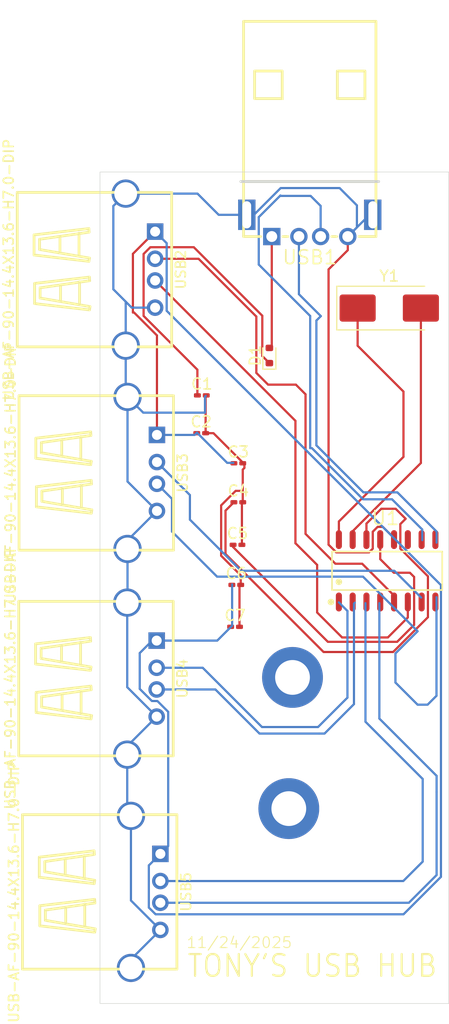
<source format=kicad_pcb>
(kicad_pcb (version 20241229) (generator "pcbnew") (generator_version "9.0")
  (layers (0 "F.Cu" signal) (2 "B.Cu" signal) (13 "F.Paste" user) (15 "B.Paste" user) (5 "F.SilkS" user "F.Silkscreen") (7 "B.SilkS" user "B.Silkscreen") (1 "F.Mask" user) (3 "B.Mask" user) (25 "Edge.Cuts" user))
  (net 0 "")
  (net 1 "GND")
  (net 2 "Net-(D1-K)")
  (net 3 "VBUS")
  (net 4 "Net-(U1-VDD18)")
  (net 5 "Net-(U1-VDD33)")
  (net 6 "Net-(D1-A)")
  (net 7 "+5V")
  (net 8 "Net-(U1-DP1)")
  (net 9 "Net-(U1-DP2)")
  (net 10 "Net-(U1-DP)")
  (net 11 "Net-(U1-DM3)")
  (net 12 "Net-(U1-DM1)")
  (net 13 "Net-(U1-DM)")
  (net 14 "Net-(U1-XOUT)")
  (net 15 "Net-(U1-XIN)")
  (net 16 "Net-(U1-DP4)")
  (net 17 "Net-(U1-DP3)")
  (net 18 "Net-(U1-DM2)")
  (net 19 "Net-(U1-DM4)")
  (footprint "Capacitor_SMD:C_0201_0603Metric_Pad0.64x0.40mm_HandSolder" (layer "F.Cu") (at 104.74 86.19)
    (property "Reference" "C2" (at 0 -1.05 0) (layer "F.SilkS"))
    (property "Value" "10uF")
    (pad "1" smd roundrect (at -0.4075 0) (size 0.635 0.4) (layers "F.Cu" "F.Mask") (net 3 "VBUS"))
    (pad "2" smd roundrect (at 0.4075 0) (size 0.635 0.4) (layers "F.Cu" "F.Mask") (net 1 "GND"))
  )
  (footprint "Capacitor_SMD:C_0201_0603Metric_Pad0.64x0.40mm_HandSolder" (layer "F.Cu") (at 107.86 104.02)
    (property "Reference" "C7" (at 0 -1.05 0) (layer "F.SilkS"))
    (property "Value" "10uF")
    (pad "1" smd roundrect (at -0.4075 0) (size 0.635 0.4) (layers "F.Cu" "F.Mask") (net 3 "VBUS"))
    (pad "2" smd roundrect (at 0.4075 0) (size 0.635 0.4) (layers "F.Cu" "F.Mask") (net 1 "GND"))
  )
  (footprint "Jing Extension of the Electronic Co. 903-131A1011D10100:USB-A-TH_C46407" (layer "F.Cu") (at 99.143 71.13 -90)
    (property "Reference" "USB2" (at 0 -3.7232 90) (layer "F.SilkS") (effects (font (size 0.9144 0.9144) (thickness 0.1524))))
    (property "Value" "USB-AF-90-14.4X13.6-H7.0-DIP" (at 0 12.1292 90) (layer "F.SilkS") (effects (font (size 0.9144 0.9144) (thickness 0.1524))))
    (fp_line (start -7.112 11.345) (end -7.112 -2.879) (stroke (width 0.254)) (layer "F.SilkS"))
    (fp_line (start 7.112 11.345) (end -7.112 11.345) (stroke (width 0.254)) (layer "F.SilkS"))
    (fp_line (start -3.2006 9.7957) (end -1.3463 9.7957) (stroke (width 0.254)) (layer "F.SilkS"))
    (fp_line (start -1.3463 9.7957) (end -0.7621 4.741) (stroke (width 0.254)) (layer "F.SilkS"))
    (fp_line (start 1.2699 9.7449) (end 0.6882 4.6979) (stroke (width 0.254)) (layer "F.SilkS"))
    (fp_line (start 3.1241 9.7449) (end 1.2699 9.7449) (stroke (width 0.254)) (layer "F.SilkS"))
    (fp_line (start -2.7941 9.2877) (end -3.4494 4.7233) (stroke (width 0.254)) (layer "F.SilkS"))
    (fp_line (start -1.8543 9.2877) (end -2.7941 9.2877) (stroke (width 0.254)) (layer "F.SilkS"))
    (fp_line (start 1.6762 9.2369) (end 2.6161 9.2369) (stroke (width 0.254)) (layer "F.SilkS"))
    (fp_line (start 2.6161 9.2369) (end 3.4034 4.6395) (stroke (width 0.254)) (layer "F.SilkS"))
    (fp_line (start -3.0228 7.408) (end -1.5749 7.408) (stroke (width 0.254)) (layer "F.SilkS"))
    (fp_line (start 1.4477 7.3572) (end 2.8954 7.3572) (stroke (width 0.254)) (layer "F.SilkS"))
    (fp_line (start -3.3529 5.6555) (end -1.2701 5.6555) (stroke (width 0.254)) (layer "F.SilkS"))
    (fp_line (start 1.1174 5.6047) (end 3.2002 5.6047) (stroke (width 0.254)) (layer "F.SilkS"))
    (fp_line (start -3.7822 4.7487) (end -3.2006 9.7957) (stroke (width 0.254)) (layer "F.SilkS"))
    (fp_line (start -0.7621 4.741) (end -1.0669 4.6902) (stroke (width 0.254)) (layer "F.SilkS"))
    (fp_line (start -3.4494 4.7233) (end -3.7822 4.7487) (stroke (width 0.254)) (layer "F.SilkS"))
    (fp_line (start 0.6882 4.6979) (end 1.021 4.6725) (stroke (width 0.254)) (layer "F.SilkS"))
    (fp_line (start -1.0669 4.6902) (end -1.8543 9.2877) (stroke (width 0.254)) (layer "F.SilkS"))
    (fp_line (start 3.7082 4.6902) (end 3.1241 9.7449) (stroke (width 0.254)) (layer "F.SilkS"))
    (fp_line (start 1.021 4.6725) (end 1.6762 9.2369) (stroke (width 0.254)) (layer "F.SilkS"))
    (fp_line (start 3.4034 4.6395) (end 3.7082 4.6902) (stroke (width 0.254)) (layer "F.SilkS"))
    (fp_line (start -7.112 -2.879) (end 7.112 -2.879) (stroke (width 0.254)) (layer "F.SilkS"))
    (fp_line (start 7.112 -2.879) (end 7.112 11.345) (stroke (width 0.254)) (layer "F.SilkS"))
    (pad "1" thru_hole rect (at -3.5001 -1.355 270) (size 1.524 1.524) (drill 0.92) (layers "*.Cu" "*.Mask") (net 3 "VBUS"))
    (pad "2" thru_hole oval (at -1 -1.355 270) (size 1.524 1.524) (drill 0.92) (layers "*.Cu" "*.Mask") (net 18 "Net-(U1-DM2)"))
    (pad "3" thru_hole oval (at 1 -1.355 270) (size 1.524 1.524) (drill 0.92) (layers "*.Cu" "*.Mask") (net 9 "Net-(U1-DP2)"))
    (pad "4" thru_hole oval (at 3.4999 -1.355 270) (size 1.524 1.524) (drill 0.92) (layers "*.Cu" "*.Mask") (net 1 "GND"))
    (pad "5" thru_hole oval (at 7 1.355 270) (size 2.6 2.6) (drill 2.1) (layers "*.Cu" "*.Mask") (net 1 "GND"))
    (pad "6" thru_hole oval (at -7 1.355 270) (size 2.6 2.6) (drill 2.1) (layers "*.Cu" "*.Mask") (net 1 "GND"))
  )
  (footprint "Capacitor_SMD:C_0201_0603Metric_Pad0.64x0.40mm_HandSolder" (layer "F.Cu") (at 108.16 92.55)
    (property "Reference" "C4" (at 0 -1.05 0) (layer "F.SilkS"))
    (property "Value" "10uF")
    (pad "1" smd roundrect (at -0.4075 0) (size 0.635 0.4) (layers "F.Cu" "F.Mask") (net 4 "Net-(U1-VDD18)"))
    (pad "2" smd roundrect (at 0.4075 0) (size 0.635 0.4) (layers "F.Cu" "F.Mask") (net 1 "GND"))
  )
  (footprint "PCBLIB_USB-A-TH_U-G-04WD-W-01_2025-11-23 (1):USB-A-TH_U-G-04WD-W-01" (layer "F.Cu") (at 114.74 67.082 180)
    (property "Reference" "USB1" (at 0 -2.91 0) (layer "F.SilkS") (effects (font (size 1.27 1.27))))
    (property "Value" "U-G-04DD-W-01")
    (fp_line (start 6.096 18.812) (end 6.096 -1) (stroke (width 0.254)) (layer "F.SilkS"))
    (fp_line (start 4.5312 -1) (end 6.096 -1) (stroke (width 0.254)) (layer "F.SilkS"))
    (fp_line (start 2.0313 -1) (end 2.4689 -1) (stroke (width 0.254)) (layer "F.SilkS"))
    (fp_line (start -2.4689 -1) (end -2.031 -1) (stroke (width 0.254)) (layer "F.SilkS"))
    (fp_line (start -5.842 4.064) (end 5.842 4.064) (stroke (width 0.254)) (layer "F.SilkS"))
    (fp_line (start -6.096 18.812) (end 6.096 18.812) (stroke (width 0.254)) (layer "F.SilkS"))
    (fp_line (start -6.096 -1) (end -4.5311 -1) (stroke (width 0.254)) (layer "F.SilkS"))
    (fp_line (start -6.096 -1) (end -6.096 18.812) (stroke (width 0.254)) (layer "F.SilkS"))
    (fp_rect (start 2.5401 11.7) (end 5.0801 14.24) (stroke (width 0.254)) (fill no) (layer "F.SilkS"))
    (fp_rect (start -5.0799 11.7) (end -2.5399 14.24) (stroke (width 0.254)) (fill no) (layer "F.SilkS"))
    (fp_line (start -6.35 4.064) (end 6.35 4.064) (stroke (width 0.254)) (layer "Edge.Cuts"))
    (pad "" np_thru_hole circle (at -2.2501 1 180) (size 1 1) (drill 1) (layers "*.Cu" "*.Mask"))
    (pad "" np_thru_hole circle (at 2.2501 1 180) (size 1 1) (drill 1) (layers "*.Cu" "*.Mask"))
    (pad "1" thru_hole rect (at 3.5 -1 180) (size 1.6 1.6) (drill 1) (layers "*.Cu" "*.Mask") (net 6 "Net-(D1-A)"))
    (pad "2" thru_hole oval (at 1.0001 -1 180) (size 1.6 1.6) (drill 1) (layers "*.Cu" "*.Mask") (net 13 "Net-(U1-DM)"))
    (pad "3" thru_hole oval (at -0.9999 -1 180) (size 1.6 1.6) (drill 1) (layers "*.Cu" "*.Mask") (net 10 "Net-(U1-DP)"))
    (pad "4" thru_hole oval (at -3.5 -1 180) (size 1.6 1.6) (drill 1) (layers "*.Cu" "*.Mask") (net 1 "GND"))
    (pad "5" thru_hole rect (at 5.8 1 180) (size 1.6 2.8) (drill oval 0.8 2.5) (layers "*.Cu" "*.Mask") (net 1 "GND"))
    (pad "6" thru_hole rect (at -5.8 1 180) (size 1.6 2.8) (drill oval 0.8 2.5) (layers "*.Cu" "*.Mask") (net 1 "GND"))
  )
  (footprint "Capacitor_SMD:C_0201_0603Metric_Pad0.64x0.40mm_HandSolder" (layer "F.Cu") (at 108.16 88.96)
    (property "Reference" "C3" (at 0 -1.05 0) (layer "F.SilkS"))
    (property "Value" "10uF")
    (pad "1" smd roundrect (at -0.4075 0) (size 0.635 0.4) (layers "F.Cu" "F.Mask") (net 3 "VBUS"))
    (pad "2" smd roundrect (at 0.4075 0) (size 0.635 0.4) (layers "F.Cu" "F.Mask") (net 1 "GND"))
  )
  (footprint "Jing Extension of the Electronic Co. 903-131A1011D10100:USB-A-TH_C46407" (layer "F.Cu") (at 99.625 128.43 -90)
    (property "Reference" "USB5" (at 0 -3.7232 90) (layer "F.SilkS") (effects (font (size 0.9144 0.9144) (thickness 0.1524))))
    (property "Value" "USB-AF-90-14.4X13.6-H7.0-DIP" (at 0 12.1292 90) (layer "F.SilkS") (effects (font (size 0.9144 0.9144) (thickness 0.1524))))
    (fp_line (start -7.112 11.345) (end -7.112 -2.879) (stroke (width 0.254)) (layer "F.SilkS"))
    (fp_line (start 7.112 11.345) (end -7.112 11.345) (stroke (width 0.254)) (layer "F.SilkS"))
    (fp_line (start -3.2006 9.7957) (end -1.3463 9.7957) (stroke (width 0.254)) (layer "F.SilkS"))
    (fp_line (start -1.3463 9.7957) (end -0.7621 4.741) (stroke (width 0.254)) (layer "F.SilkS"))
    (fp_line (start 1.2699 9.7449) (end 0.6882 4.6979) (stroke (width 0.254)) (layer "F.SilkS"))
    (fp_line (start 3.1241 9.7449) (end 1.2699 9.7449) (stroke (width 0.254)) (layer "F.SilkS"))
    (fp_line (start -2.7941 9.2877) (end -3.4494 4.7233) (stroke (width 0.254)) (layer "F.SilkS"))
    (fp_line (start -1.8543 9.2877) (end -2.7941 9.2877) (stroke (width 0.254)) (layer "F.SilkS"))
    (fp_line (start 1.6762 9.2369) (end 2.6161 9.2369) (stroke (width 0.254)) (layer "F.SilkS"))
    (fp_line (start 2.6161 9.2369) (end 3.4034 4.6395) (stroke (width 0.254)) (layer "F.SilkS"))
    (fp_line (start -3.0228 7.408) (end -1.5749 7.408) (stroke (width 0.254)) (layer "F.SilkS"))
    (fp_line (start 1.4477 7.3572) (end 2.8954 7.3572) (stroke (width 0.254)) (layer "F.SilkS"))
    (fp_line (start -3.3529 5.6555) (end -1.2701 5.6555) (stroke (width 0.254)) (layer "F.SilkS"))
    (fp_line (start 1.1174 5.6047) (end 3.2002 5.6047) (stroke (width 0.254)) (layer "F.SilkS"))
    (fp_line (start -3.7822 4.7487) (end -3.2006 9.7957) (stroke (width 0.254)) (layer "F.SilkS"))
    (fp_line (start -0.7621 4.741) (end -1.0669 4.6902) (stroke (width 0.254)) (layer "F.SilkS"))
    (fp_line (start -3.4494 4.7233) (end -3.7822 4.7487) (stroke (width 0.254)) (layer "F.SilkS"))
    (fp_line (start 0.6882 4.6979) (end 1.021 4.6725) (stroke (width 0.254)) (layer "F.SilkS"))
    (fp_line (start -1.0669 4.6902) (end -1.8543 9.2877) (stroke (width 0.254)) (layer "F.SilkS"))
    (fp_line (start 3.7082 4.6902) (end 3.1241 9.7449) (stroke (width 0.254)) (layer "F.SilkS"))
    (fp_line (start 1.021 4.6725) (end 1.6762 9.2369) (stroke (width 0.254)) (layer "F.SilkS"))
    (fp_line (start 3.4034 4.6395) (end 3.7082 4.6902) (stroke (width 0.254)) (layer "F.SilkS"))
    (fp_line (start -7.112 -2.879) (end 7.112 -2.879) (stroke (width 0.254)) (layer "F.SilkS"))
    (fp_line (start 7.112 -2.879) (end 7.112 11.345) (stroke (width 0.254)) (layer "F.SilkS"))
    (pad "1" thru_hole rect (at -3.5001 -1.355 270) (size 1.524 1.524) (drill 0.92) (layers "*.Cu" "*.Mask") (net 3 "VBUS"))
    (pad "2" thru_hole oval (at -1 -1.355 270) (size 1.524 1.524) (drill 0.92) (layers "*.Cu" "*.Mask") (net 11 "Net-(U1-DM3)"))
    (pad "3" thru_hole oval (at 1 -1.355 270) (size 1.524 1.524) (drill 0.92) (layers "*.Cu" "*.Mask") (net 17 "Net-(U1-DP3)"))
    (pad "4" thru_hole oval (at 3.4999 -1.355 270) (size 1.524 1.524) (drill 0.92) (layers "*.Cu" "*.Mask") (net 1 "GND"))
    (pad "5" thru_hole oval (at 7 1.355 270) (size 2.6 2.6) (drill 2.1) (layers "*.Cu" "*.Mask") (net 1 "GND"))
    (pad "6" thru_hole oval (at -7 1.355 270) (size 2.6 2.6) (drill 2.1) (layers "*.Cu" "*.Mask") (net 1 "GND"))
  )
  (footprint "MountingHole:MountingHole_3.2mm_M3_DIN965_Pad" (layer "F.Cu") (at 113.15 108.68)
    (property "Reference" "REF**" (hide yes))
    (property "Value" "MountingHole_3.2mm_M3_DIN965_Pad")
    (pad "1" thru_hole circle (at 0 0) (size 5.6 5.6) (drill 3.2) (layers "*.Cu" "*.Mask"))
  )
  (footprint "Capacitor_SMD:C_0201_0603Metric_Pad0.64x0.40mm_HandSolder" (layer "F.Cu") (at 108.0825 96.47)
    (property "Reference" "C5" (at 0 -1.05 0) (layer "F.SilkS"))
    (property "Value" "10uF")
    (pad "1" smd roundrect (at -0.4075 0) (size 0.635 0.4) (layers "F.Cu" "F.Mask") (net 5 "Net-(U1-VDD33)"))
    (pad "2" smd roundrect (at 0.4075 0) (size 0.635 0.4) (layers "F.Cu" "F.Mask") (net 1 "GND"))
  )
  (footprint "MountingHole:MountingHole_3.2mm_M3_DIN965_Pad" (layer "F.Cu") (at 112.81 120.76)
    (property "Reference" "REF**" (hide yes))
    (property "Value" "MountingHole_3.2mm_M3_DIN965_Pad")
    (pad "1" thru_hole circle (at 0 0) (size 5.6 5.6) (drill 3.2) (layers "*.Cu" "*.Mask"))
  )
  (footprint "CoreChips SL2.1A:SOP-16_L10.0-W3.9-P1.27-LS6.0-BL" (layer "F.Cu") (at 121.865 98.8625)
    (property "Reference" "U1" (at -0.1625 -4.855 0) (layer "F.SilkS") (effects (font (size 1.27 1.27))))
    (property "Value" "SL2.1A")
    (fp_line (start -5.0762 -1.7714) (end 5.0762 -1.7714) (stroke (width 0.1524)) (layer "F.SilkS"))
    (fp_line (start -5.0762 1.7714) (end -5.0762 -1.7714) (stroke (width 0.1524)) (layer "F.SilkS"))
    (fp_line (start 5.0762 -1.7714) (end 5.0762 1.7714) (stroke (width 0.1524)) (layer "F.SilkS"))
    (fp_line (start 5.0762 1.7714) (end -5.0762 1.7714) (stroke (width 0.1524)) (layer "F.SilkS"))
    (fp_circle (center -5.1773 2.8725) (end -5.0272 2.8725) (stroke (width 0.3)) (fill no) (layer "F.SilkS"))
    (fp_circle (center -4.445 1.019) (end -4.2949 1.019) (stroke (width 0.3)) (fill no) (layer "F.SilkS"))
    (pad "1" smd oval (at -4.445 2.8725) (size 0.56 1.745) (layers "F.Cu" "F.Mask" "F.Paste") (net 19 "Net-(U1-DM4)"))
    (pad "2" smd oval (at -3.175 2.8725) (size 0.56 1.745) (layers "F.Cu" "F.Mask" "F.Paste") (net 16 "Net-(U1-DP4)"))
    (pad "3" smd oval (at -1.905 2.8725) (size 0.56 1.745) (layers "F.Cu" "F.Mask" "F.Paste") (net 11 "Net-(U1-DM3)"))
    (pad "4" smd oval (at -0.635 2.8725) (size 0.56 1.745) (layers "F.Cu" "F.Mask" "F.Paste") (net 17 "Net-(U1-DP3)"))
    (pad "5" smd oval (at 0.635 2.8725) (size 0.56 1.745) (layers "F.Cu" "F.Mask" "F.Paste") (net 18 "Net-(U1-DM2)"))
    (pad "6" smd oval (at 1.905 2.8725) (size 0.56 1.745) (layers "F.Cu" "F.Mask" "F.Paste") (net 9 "Net-(U1-DP2)"))
    (pad "7" smd oval (at 3.175 2.8725) (size 0.56 1.745) (layers "F.Cu" "F.Mask" "F.Paste") (net 12 "Net-(U1-DM1)"))
    (pad "8" smd oval (at 4.445 2.8725) (size 0.56 1.745) (layers "F.Cu" "F.Mask" "F.Paste") (net 8 "Net-(U1-DP1)"))
    (pad "9" smd oval (at 4.445 -2.8725) (size 0.56 1.745) (layers "F.Cu" "F.Mask" "F.Paste") (net 13 "Net-(U1-DM)"))
    (pad "10" smd oval (at 3.175 -2.8725) (size 0.56 1.745) (layers "F.Cu" "F.Mask" "F.Paste") (net 10 "Net-(U1-DP)"))
    (pad "11" smd oval (at 1.905 -2.8725) (size 0.56 1.745) (layers "F.Cu" "F.Mask" "F.Paste") (net 7 "+5V"))
    (pad "12" smd oval (at 0.635 -2.8725) (size 0.56 1.745) (layers "F.Cu" "F.Mask" "F.Paste") (net 1 "GND"))
    (pad "13" smd oval (at -0.635 -2.8725) (size 0.56 1.745) (layers "F.Cu" "F.Mask" "F.Paste") (net 5 "Net-(U1-VDD33)"))
    (pad "14" smd oval (at -1.905 -2.8725) (size 0.56 1.745) (layers "F.Cu" "F.Mask" "F.Paste") (net 4 "Net-(U1-VDD18)"))
    (pad "15" smd oval (at -3.175 -2.8725) (size 0.56 1.745) (layers "F.Cu" "F.Mask" "F.Paste") (net 14 "Net-(U1-XOUT)"))
    (pad "16" smd oval (at -4.445 -2.8725) (size 0.56 1.745) (layers "F.Cu" "F.Mask" "F.Paste") (net 15 "Net-(U1-XIN)"))
  )
  (footprint "Jing Extension of the Electronic Co. 903-131A1011D10100:USB-A-TH_C46407" (layer "F.Cu") (at 99.31 89.85 -90)
    (property "Reference" "USB3" (at 0 -3.7232 90) (layer "F.SilkS") (effects (font (size 0.9144 0.9144) (thickness 0.1524))))
    (property "Value" "USB-AF-90-14.4X13.6-H7.0-DIP" (at 0 12.1292 90) (layer "F.SilkS") (effects (font (size 0.9144 0.9144) (thickness 0.1524))))
    (fp_line (start -7.112 11.345) (end -7.112 -2.879) (stroke (width 0.254)) (layer "F.SilkS"))
    (fp_line (start 7.112 11.345) (end -7.112 11.345) (stroke (width 0.254)) (layer "F.SilkS"))
    (fp_line (start -3.2006 9.7957) (end -1.3463 9.7957) (stroke (width 0.254)) (layer "F.SilkS"))
    (fp_line (start -1.3463 9.7957) (end -0.7621 4.741) (stroke (width 0.254)) (layer "F.SilkS"))
    (fp_line (start 1.2699 9.7449) (end 0.6882 4.6979) (stroke (width 0.254)) (layer "F.SilkS"))
    (fp_line (start 3.1241 9.7449) (end 1.2699 9.7449) (stroke (width 0.254)) (layer "F.SilkS"))
    (fp_line (start -2.7941 9.2877) (end -3.4494 4.7233) (stroke (width 0.254)) (layer "F.SilkS"))
    (fp_line (start -1.8543 9.2877) (end -2.7941 9.2877) (stroke (width 0.254)) (layer "F.SilkS"))
    (fp_line (start 1.6762 9.2369) (end 2.6161 9.2369) (stroke (width 0.254)) (layer "F.SilkS"))
    (fp_line (start 2.6161 9.2369) (end 3.4034 4.6395) (stroke (width 0.254)) (layer "F.SilkS"))
    (fp_line (start -3.0228 7.408) (end -1.5749 7.408) (stroke (width 0.254)) (layer "F.SilkS"))
    (fp_line (start 1.4477 7.3572) (end 2.8954 7.3572) (stroke (width 0.254)) (layer "F.SilkS"))
    (fp_line (start -3.3529 5.6555) (end -1.2701 5.6555) (stroke (width 0.254)) (layer "F.SilkS"))
    (fp_line (start 1.1174 5.6047) (end 3.2002 5.6047) (stroke (width 0.254)) (layer "F.SilkS"))
    (fp_line (start -3.7822 4.7487) (end -3.2006 9.7957) (stroke (width 0.254)) (layer "F.SilkS"))
    (fp_line (start -0.7621 4.741) (end -1.0669 4.6902) (stroke (width 0.254)) (layer "F.SilkS"))
    (fp_line (start -3.4494 4.7233) (end -3.7822 4.7487) (stroke (width 0.254)) (layer "F.SilkS"))
    (fp_line (start 0.6882 4.6979) (end 1.021 4.6725) (stroke (width 0.254)) (layer "F.SilkS"))
    (fp_line (start -1.0669 4.6902) (end -1.8543 9.2877) (stroke (width 0.254)) (layer "F.SilkS"))
    (fp_line (start 3.7082 4.6902) (end 3.1241 9.7449) (stroke (width 0.254)) (layer "F.SilkS"))
    (fp_line (start 1.021 4.6725) (end 1.6762 9.2369) (stroke (width 0.254)) (layer "F.SilkS"))
    (fp_line (start 3.4034 4.6395) (end 3.7082 4.6902) (stroke (width 0.254)) (layer "F.SilkS"))
    (fp_line (start -7.112 -2.879) (end 7.112 -2.879) (stroke (width 0.254)) (layer "F.SilkS"))
    (fp_line (start 7.112 -2.879) (end 7.112 11.345) (stroke (width 0.254)) (layer "F.SilkS"))
    (pad "1" thru_hole rect (at -3.5001 -1.355 270) (size 1.524 1.524) (drill 0.92) (layers "*.Cu" "*.Mask") (net 3 "VBUS"))
    (pad "2" thru_hole oval (at -1 -1.355 270) (size 1.524 1.524) (drill 0.92) (layers "*.Cu" "*.Mask") (net 12 "Net-(U1-DM1)"))
    (pad "3" thru_hole oval (at 1 -1.355 270) (size 1.524 1.524) (drill 0.92) (layers "*.Cu" "*.Mask") (net 8 "Net-(U1-DP1)"))
    (pad "4" thru_hole oval (at 3.4999 -1.355 270) (size 1.524 1.524) (drill 0.92) (layers "*.Cu" "*.Mask") (net 1 "GND"))
    (pad "5" thru_hole oval (at 7 1.355 270) (size 2.6 2.6) (drill 2.1) (layers "*.Cu" "*.Mask") (net 1 "GND"))
    (pad "6" thru_hole oval (at -7 1.355 270) (size 2.6 2.6) (drill 2.1) (layers "*.Cu" "*.Mask") (net 1 "GND"))
  )
  (footprint "Capacitor_SMD:C_0201_0603Metric_Pad0.64x0.40mm_HandSolder" (layer "F.Cu") (at 107.9725 100.16)
    (property "Reference" "C6" (at 0 -1.05 0) (layer "F.SilkS"))
    (property "Value" "10uF")
    (pad "1" smd roundrect (at -0.4075 0) (size 0.635 0.4) (layers "F.Cu" "F.Mask") (net 3 "VBUS"))
    (pad "2" smd roundrect (at 0.4075 0) (size 0.635 0.4) (layers "F.Cu" "F.Mask") (net 1 "GND"))
  )
  (footprint "Jing Extension of the Electronic Co. 903-131A1011D10100:USB-A-TH_C46407" (layer "F.Cu") (at 99.285 108.79 -90)
    (property "Reference" "USB4" (at 0 -3.7232 90) (layer "F.SilkS") (effects (font (size 0.9144 0.9144) (thickness 0.1524))))
    (property "Value" "USB-AF-90-14.4X13.6-H7.0-DIP" (at 0 12.1292 90) (layer "F.SilkS") (effects (font (size 0.9144 0.9144) (thickness 0.1524))))
    (fp_line (start -7.112 11.345) (end -7.112 -2.879) (stroke (width 0.254)) (layer "F.SilkS"))
    (fp_line (start 7.112 11.345) (end -7.112 11.345) (stroke (width 0.254)) (layer "F.SilkS"))
    (fp_line (start -3.2006 9.7957) (end -1.3463 9.7957) (stroke (width 0.254)) (layer "F.SilkS"))
    (fp_line (start -1.3463 9.7957) (end -0.7621 4.741) (stroke (width 0.254)) (layer "F.SilkS"))
    (fp_line (start 1.2699 9.7449) (end 0.6882 4.6979) (stroke (width 0.254)) (layer "F.SilkS"))
    (fp_line (start 3.1241 9.7449) (end 1.2699 9.7449) (stroke (width 0.254)) (layer "F.SilkS"))
    (fp_line (start -2.7941 9.2877) (end -3.4494 4.7233) (stroke (width 0.254)) (layer "F.SilkS"))
    (fp_line (start -1.8543 9.2877) (end -2.7941 9.2877) (stroke (width 0.254)) (layer "F.SilkS"))
    (fp_line (start 1.6762 9.2369) (end 2.6161 9.2369) (stroke (width 0.254)) (layer "F.SilkS"))
    (fp_line (start 2.6161 9.2369) (end 3.4034 4.6395) (stroke (width 0.254)) (layer "F.SilkS"))
    (fp_line (start -3.0228 7.408) (end -1.5749 7.408) (stroke (width 0.254)) (layer "F.SilkS"))
    (fp_line (start 1.4477 7.3572) (end 2.8954 7.3572) (stroke (width 0.254)) (layer "F.SilkS"))
    (fp_line (start -3.3529 5.6555) (end -1.2701 5.6555) (stroke (width 0.254)) (layer "F.SilkS"))
    (fp_line (start 1.1174 5.6047) (end 3.2002 5.6047) (stroke (width 0.254)) (layer "F.SilkS"))
    (fp_line (start -3.7822 4.7487) (end -3.2006 9.7957) (stroke (width 0.254)) (layer "F.SilkS"))
    (fp_line (start -0.7621 4.741) (end -1.0669 4.6902) (stroke (width 0.254)) (layer "F.SilkS"))
    (fp_line (start -3.4494 4.7233) (end -3.7822 4.7487) (stroke (width 0.254)) (layer "F.SilkS"))
    (fp_line (start 0.6882 4.6979) (end 1.021 4.6725) (stroke (width 0.254)) (layer "F.SilkS"))
    (fp_line (start -1.0669 4.6902) (end -1.8543 9.2877) (stroke (width 0.254)) (layer "F.SilkS"))
    (fp_line (start 3.7082 4.6902) (end 3.1241 9.7449) (stroke (width 0.254)) (layer "F.SilkS"))
    (fp_line (start 1.021 4.6725) (end 1.6762 9.2369) (stroke (width 0.254)) (layer "F.SilkS"))
    (fp_line (start 3.4034 4.6395) (end 3.7082 4.6902) (stroke (width 0.254)) (layer "F.SilkS"))
    (fp_line (start -7.112 -2.879) (end 7.112 -2.879) (stroke (width 0.254)) (layer "F.SilkS"))
    (fp_line (start 7.112 -2.879) (end 7.112 11.345) (stroke (width 0.254)) (layer "F.SilkS"))
    (pad "1" thru_hole rect (at -3.5001 -1.355 270) (size 1.524 1.524) (drill 0.92) (layers "*.Cu" "*.Mask") (net 3 "VBUS"))
    (pad "2" thru_hole oval (at -1 -1.355 270) (size 1.524 1.524) (drill 0.92) (layers "*.Cu" "*.Mask") (net 19 "Net-(U1-DM4)"))
    (pad "3" thru_hole oval (at 1 -1.355 270) (size 1.524 1.524) (drill 0.92) (layers "*.Cu" "*.Mask") (net 16 "Net-(U1-DP4)"))
    (pad "4" thru_hole oval (at 3.4999 -1.355 270) (size 1.524 1.524) (drill 0.92) (layers "*.Cu" "*.Mask") (net 1 "GND"))
    (pad "5" thru_hole oval (at 7 1.355 270) (size 2.6 2.6) (drill 2.1) (layers "*.Cu" "*.Mask") (net 1 "GND"))
    (pad "6" thru_hole oval (at -7 1.355 270) (size 2.6 2.6) (drill 2.1) (layers "*.Cu" "*.Mask") (net 1 "GND"))
  )
  (footprint "Diode_SMD:D_SOD-523" (layer "F.Cu") (at 111.02 79.0375 90)
    (property "Reference" "D1" (at 0 -1.3 90) (layer "F.SilkS"))
    (property "Value" "1N4148WT")
    (fp_line (start 0.7 -0.6) (end -1.26 -0.6) (stroke (width 0.12)) (layer "F.SilkS"))
    (fp_line (start -1.26 -0.6) (end -1.26 0.6) (stroke (width 0.12)) (layer "F.SilkS"))
    (fp_line (start 0.7 0.6) (end -1.26 0.6) (stroke (width 0.12)) (layer "F.SilkS"))
    (pad "1" smd roundrect (at -0.7 0 270) (size 0.6 0.7) (layers "F.Cu" "F.Mask" "F.Paste") (net 2 "Net-(D1-K)"))
    (pad "2" smd roundrect (at 0.7 0 270) (size 0.6 0.7) (layers "F.Cu" "F.Mask" "F.Paste") (net 6 "Net-(D1-A)"))
  )
  (footprint "Crystal:Crystal_SMD_0603-2Pin_6.0x3.5mm_HandSoldering" (layer "F.Cu") (at 122.06 74.67)
    (property "Reference" "Y1" (at 0 -2.95 0) (layer "F.SilkS"))
    (property "Value" "12Mhz")
    (fp_line (start -4.835 -2.01) (end -4.835 2.01) (stroke (width 0.12)) (layer "F.SilkS"))
    (fp_line (start -4.835 2.01) (end 3.26 2.01) (stroke (width 0.12)) (layer "F.SilkS"))
    (fp_line (start 3.26 -2.01) (end -4.835 -2.01) (stroke (width 0.12)) (layer "F.SilkS"))
    (pad "1" smd roundrect (at -2.9125 0) (size 3.325 2.5) (layers "F.Cu" "F.Mask" "F.Paste") (roundrect_rratio 0.1) (net 15 "Net-(U1-XIN)"))
    (pad "2" smd roundrect (at 2.9125 0) (size 3.325 2.5) (layers "F.Cu" "F.Mask" "F.Paste") (roundrect_rratio 0.1) (net 14 "Net-(U1-XOUT)"))
  )
  (footprint "Capacitor_SMD:C_0201_0603Metric_Pad0.64x0.40mm_HandSolder" (layer "F.Cu") (at 104.7975 82.71)
    (property "Reference" "C1" (at 0 -1.05 0) (layer "F.SilkS"))
    (property "Value" "10uF")
    (pad "1" smd roundrect (at -0.4075 0) (size 0.635 0.4) (layers "F.Cu" "F.Mask") (net 2 "Net-(D1-K)"))
    (pad "2" smd roundrect (at 0.4075 0) (size 0.635 0.4) (layers "F.Cu" "F.Mask") (net 1 "GND"))
  )
  (gr_rect (start 95.42 62.14) (end 127.54 138.71) (stroke (width 0.05)) (fill no) (layer "Edge.Cuts"))
  (gr_text "11/24/2025" (at 103.33 133.68 0) (layer "F.SilkS") (effects (font (size 1 1) (thickness 0.1)) (justify left bottom)))
  (gr_text "TONY'S USB HUB" (at 103.36 136.41 0) (layer "F.SilkS") (effects (font (size 2 1.8) (thickness 0.2) (bold yes)) (justify left bottom)))
  (segment (start 108.49 92.6275) (end 108.5675 92.55) (width 0.2) (layer "F.Cu") (net 1))
  (segment (start 118.24 69.34) (end 118.24 68.082) (width 0.2) (layer "F.Cu") (net 1))
  (segment (start 108.5675 91.5) (end 108.5675 92.55) (width 0.2) (layer "F.Cu") (net 1))
  (segment (start 122.5 95.845842) (end 121.470658 94.8165) (width 0.2) (layer "F.Cu") (net 1))
  (segment (start 106.579 92.83613) (end 107.91513 91.5) (width 0.2) (layer "F.Cu") (net 1))
  (segment (start 108.5675 89.5425) (end 108.5675 91.5) (width 0.2) (layer "F.Cu") (net 1))
  (segment (start 108.38 100.16) (end 108.38 99.2771) (width 0.2) (layer "F.Cu") (net 1))
  (segment (start 108.2675 104.02) (end 108.2675 100.2725) (width 0.2) (layer "F.Cu") (net 1))
  (segment (start 120.541 96.823158) (end 120.200658 97.1635) (width 0.2) (layer "F.Cu") (net 1))
  (segment (start 108.72 89.39) (end 108.5675 89.5425) (width 0.2) (layer "F.Cu") (net 1))
  (segment (start 116.47 96.454158) (end 116.47 71.11) (width 0.2) (layer "F.Cu") (net 1))
  (segment (start 105.86987 86.19) (end 108.72 89.04013) (width 0.2) (layer "F.Cu") (net 1))
  (segment (start 122.5 95.99) (end 122.5 95.845842) (width 0.2) (layer "F.Cu") (net 1))
  (segment (start 108.38 99.2771) (end 106.579 97.4761) (width 0.2) (layer "F.Cu") (net 1))
  (segment (start 116.47 71.11) (end 118.24 69.34) (width 0.2) (layer "F.Cu") (net 1))
  (segment (start 117.179342 97.1635) (end 116.47 96.454158) (width 0.2) (layer "F.Cu") (net 1))
  (segment (start 120.200658 97.1635) (end 117.179342 97.1635) (width 0.2) (layer "F.Cu") (net 1))
  (segment (start 105.1475 86.19) (end 105.86987 86.19) (width 0.2) (layer "F.Cu") (net 1))
  (segment (start 108.49 96.47) (end 108.49 92.6275) (width 0.2) (layer "F.Cu") (net 1))
  (segment (start 105.1475 82.7675) (end 105.205 82.71) (width 0.2) (layer "F.Cu") (net 1))
  (segment (start 120.989342 94.8165) (end 120.541 95.264842) (width 0.2) (layer "F.Cu") (net 1))
  (segment (start 120.541 95.264842) (end 120.541 96.823158) (width 0.2) (layer "F.Cu") (net 1))
  (segment (start 105.1475 86.19) (end 105.1475 82.7675) (width 0.2) (layer "F.Cu") (net 1))
  (segment (start 107.91513 91.5) (end 108.5675 91.5) (width 0.2) (layer "F.Cu") (net 1))
  (segment (start 108.2675 100.2725) (end 108.38 100.16) (width 0.2) (layer "F.Cu") (net 1))
  (segment (start 108.72 89.04013) (end 108.72 89.39) (width 0.2) (layer "F.Cu") (net 1))
  (segment (start 121.470658 94.8165) (end 120.989342 94.8165) (width 0.2) (layer "F.Cu") (net 1))
  (segment (start 106.579 97.4761) (end 106.579 92.83613) (width 0.2) (layer "F.Cu") (net 1))
  (segment (start 120.24 66.082) (end 118.24 68.082) (width 0.2) (layer "B.Cu") (net 1))
  (segment (start 97.955 82.85) (end 97.955 90.6399) (width 0.2) (layer "B.Cu") (net 1))
  (segment (start 97.955 101.765) (end 97.93 101.79) (width 0.2) (layer "B.Cu") (net 1))
  (segment (start 120.54 66.082) (end 120.24 66.082) (width 0.2) (layer "B.Cu") (net 1))
  (segment (start 105.09 82.83) (end 105.16 82.76) (width 0.2) (layer "B.Cu") (net 1))
  (segment (start 108.94 66.082) (end 106.352 66.082) (width 0.2) (layer "B.Cu") (net 1))
  (segment (start 97.955 96.85) (end 97.955 101.765) (width 0.2) (layer "B.Cu") (net 1))
  (segment (start 119.08 67.242) (end 119.08 65.21) (width 0.2) (layer "B.Cu") (net 1))
  (segment (start 98.3399 74.6299) (end 100.498 74.6299) (width 0.2) (layer "B.Cu") (net 1))
  (segment (start 96.65 72.94) (end 97.788 74.078) (width 0.2) (layer "B.Cu") (net 1))
  (segment (start 109.598 66.082) (end 108.94 66.082) (width 0.2) (layer "B.Cu") (net 1))
  (segment (start 97.788 64.13) (end 96.65 65.268) (width 0.2) (layer "B.Cu") (net 1))
  (segment (start 106.352 66.082) (end 104.4 64.13) (width 0.2) (layer "B.Cu") (net 1))
  (segment (start 96.65 65.268) (end 96.65 72.94) (width 0.2) (layer "B.Cu") (net 1))
  (segment (start 100.64 112.2899) (end 97.93 114.9999) (width 0.2) (layer "B.Cu") (net 1))
  (segment (start 97.955 82.85) (end 99.405 84.3) (width 0.2) (layer "B.Cu") (net 1))
  (segment (start 97.955 90.6399) (end 100.665 93.3499) (width 0.2) (layer "B.Cu") (net 1))
  (segment (start 112.061 63.619) (end 109.598 66.082) (width 0.2) (layer "B.Cu") (net 1))
  (segment (start 98.27 129.2199) (end 100.98 131.9299) (width 0.2) (layer "B.Cu") (net 1))
  (segment (start 100.665 93.3499) (end 97.955 96.0599) (width 0.2) (layer "B.Cu") (net 1))
  (segment (start 97.93 121.09) (end 98.27 121.43) (width 0.2) (layer "B.Cu") (net 1))
  (segment (start 98.27 121.43) (end 98.27 129.2199) (width 0.2) (layer "B.Cu") (net 1))
  (segment (start 97.93 115.79) (end 97.93 121.09) (width 0.2) (layer "B.Cu") (net 1))
  (segment (start 97.788 78.13) (end 97.788 82.683) (width 0.2) (layer "B.Cu") (net 1))
  (segment (start 100.98 131.9299) (end 98.27 134.6399) (width 0.2) (layer "B.Cu") (net 1))
  (segment (start 98.27 134.6399) (end 98.27 135.43) (width 0.2) (layer "B.Cu") (net 1))
  (segment (start 97.788 78.13) (end 97.788 74.078) (width 0.2) (layer "B.Cu") (net 1))
  (segment (start 104.4 64.13) (end 97.788 64.13) (width 0.2) (layer "B.Cu") (net 1))
  (segment (start 99.405 84.3) (end 105.09 84.3) (width 0.2) (layer "B.Cu") (net 1))
  (segment (start 105.09 84.3) (end 105.09 82.83) (width 0.2) (layer "B.Cu") (net 1))
  (segment (start 117.489 63.619) (end 112.061 63.619) (width 0.2) (layer "B.Cu") (net 1))
  (segment (start 97.955 96.0599) (end 97.955 96.85) (width 0.2) (layer "B.Cu") (net 1))
  (segment (start 97.93 114.9999) (end 97.93 115.79) (width 0.2) (layer "B.Cu") (net 1))
  (segment (start 97.788 82.683) (end 97.955 82.85) (width 0.2) (layer "B.Cu") (net 1))
  (segment (start 118.24 68.082) (end 119.08 67.242) (width 0.2) (layer "B.Cu") (net 1))
  (segment (start 97.93 101.79) (end 97.93 109.5799) (width 0.2) (layer "B.Cu") (net 1))
  (segment (start 97.93 109.5799) (end 100.64 112.2899) (width 0.2) (layer "B.Cu") (net 1))
  (segment (start 119.08 65.21) (end 117.489 63.619) (width 0.2) (layer "B.Cu") (net 1))
  (segment (start 97.788 74.078) (end 98.3399 74.6299) (width 0.2) (layer "B.Cu") (net 1))
  (segment (start 111.02 79.7375) (end 110.369 79.0865) (width 0.2) (layer "F.Cu") (net 2))
  (segment (start 104.39 80.3429) (end 104.39 82.71) (width 0.2) (layer "F.Cu") (net 2))
  (segment (start 110.369 79.0865) (end 110.369 75.3749) (width 0.2) (layer "F.Cu") (net 2))
  (segment (start 99.435 75.3879) (end 104.39 80.3429) (width 0.2) (layer "F.Cu") (net 2))
  (segment (start 99.435 69.68969) (end 99.435 75.3879) (width 0.2) (layer "F.Cu") (net 2))
  (segment (start 110.369 75.3749) (end 104.0611 69.067) (width 0.2) (layer "F.Cu") (net 2))
  (segment (start 100.05769 69.067) (end 99.435 69.68969) (width 0.2) (layer "F.Cu") (net 2))
  (segment (start 104.0611 69.067) (end 100.05769 69.067) (width 0.2) (layer "F.Cu") (net 2))
  (segment (start 98.45 75.08) (end 98.45 69.6779) (width 0.2) (layer "F.Cu") (net 3))
  (segment (start 98.45 69.6779) (end 100.498 67.6299) (width 0.2) (layer "F.Cu") (net 3))
  (segment (start 98.56 75.08) (end 98.45 75.08) (width 0.2) (layer "F.Cu") (net 3))
  (segment (start 100.665 77.185) (end 98.56 75.08) (width 0.2) (layer "F.Cu") (net 3))
  (segment (start 100.665 86.3499) (end 100.665 77.185) (width 0.2) (layer "F.Cu") (net 3))
  (segment (start 104.1401 86.3499) (end 104.35 86.14) (width 0.2) (layer "B.Cu") (net 3))
  (segment (start 126.821 127.0461) (end 126.821 100.1781) (width 0.2) (layer "B.Cu") (net 3))
  (segment (start 123.3741 130.493) (end 126.821 127.0461) (width 0.2) (layer "B.Cu") (net 3))
  (segment (start 101.561 68.6929) (end 100.498 67.6299) (width 0.2) (layer "B.Cu") (net 3))
  (segment (start 107.13 88.92) (end 107.7 88.92) (width 0.2) (layer "B.Cu") (net 3))
  (segment (start 100.98 124.9299) (end 101.703 124.2069) (width 0.2) (layer "B.Cu") (net 3))
  (segment (start 106.2201 105.2899) (end 107.52 103.99) (width 0.2) (layer "B.Cu") (net 3))
  (segment (start 101.703 124.2069) (end 101.703 111.84959) (width 0.2) (layer "B.Cu") (net 3))
  (segment (start 99.917 125.9929) (end 99.917 129.87031) (width 0.2) (layer "B.Cu") (net 3))
  (segment (start 100.64 105.2899) (end 106.2201 105.2899) (width 0.2) (layer "B.Cu") (net 3))
  (segment (start 101.561 74.9181) (end 101.561 68.6929) (width 0.2) (layer "B.Cu") (net 3))
  (segment (start 107.59 103.92) (end 107.59 100.11) (width 0.2) (layer "B.Cu") (net 3))
  (segment (start 100.53969 130.493) (end 123.3741 130.493) (width 0.2) (layer "B.Cu") (net 3))
  (segment (start 100.665 86.3499) (end 104.1401 86.3499) (width 0.2) (layer "B.Cu") (net 3))
  (segment (start 104.35 86.14) (end 107.13 88.92) (width 0.2) (layer "B.Cu") (net 3))
  (segment (start 100.19969 110.853) (end 99.08 109.73331) (width 0.2) (layer "B.Cu") (net 3))
  (segment (start 99.08 106.44) (end 100.2301 105.2899) (width 0.2) (layer "B.Cu") (net 3))
  (segment (start 100.70641 110.853) (end 100.19969 110.853) (width 0.2) (layer "B.Cu") (net 3))
  (segment (start 99.08 109.73331) (end 99.08 106.44) (width 0.2) (layer "B.Cu") (net 3))
  (segment (start 100.98 124.9299) (end 99.917 125.9929) (width 0.2) (layer "B.Cu") (net 3))
  (segment (start 100.2301 105.2899) (end 100.64 105.2899) (width 0.2) (layer "B.Cu") (net 3))
  (segment (start 126.821 100.1781) (end 101.561 74.9181) (width 0.2) (layer "B.Cu") (net 3))
  (segment (start 101.703 111.84959) (end 100.70641 110.853) (width 0.2) (layer "B.Cu") (net 3))
  (segment (start 99.917 129.87031) (end 100.53969 130.493) (width 0.2) (layer "B.Cu") (net 3))
  (segment (start 107.52 103.99) (end 107.59 103.92) (width 0.2) (layer "B.Cu") (net 3))
  (segment (start 123.57 94.07) (end 123.081 94.559) (width 0.2) (layer "F.Cu") (net 4))
  (segment (start 122.416258 106.34) (end 116.01 106.34) (width 0.2) (layer "F.Cu") (net 4))
  (segment (start 122.65 93.15) (end 123.57 94.07) (width 0.2) (layer "F.Cu") (net 4))
  (segment (start 106.98 93.3225) (end 107.7525 92.55) (width 0.2) (layer "F.Cu") (net 4))
  (segment (start 121.34 93.15) (end 122.65 93.15) (width 0.2) (layer "F.Cu") (net 4))
  (segment (start 119.96 94.5171) (end 121.33355 93.14355) (width 0.2) (layer "F.Cu") (net 4))
  (segment (start 125.621 103.135258) (end 122.416258 106.34) (width 0.2) (layer "F.Cu") (net 4))
  (segment (start 116.01 106.34) (end 106.98 97.31) (width 0.2) (layer "F.Cu") (net 4))
  (segment (start 123.081 96.823158) (end 125.621 99.363158) (width 0.2) (layer "F.Cu") (net 4))
  (segment (start 119.96 95.99) (end 119.96 94.5171) (width 0.2) (layer "F.Cu") (net 4))
  (segment (start 125.621 99.363158) (end 125.621 103.135258) (width 0.2) (layer "F.Cu") (net 4))
  (segment (start 106.98 97.31) (end 106.98 93.3225) (width 0.2) (layer "F.Cu") (net 4))
  (segment (start 123.081 94.559) (end 123.081 96.823158) (width 0.2) (layer "F.Cu") (net 4))
  (segment (start 121.33355 93.14355) (end 121.34 93.15) (width 0.2) (layer "F.Cu") (net 4))
  (segment (start 122.788158 105.401) (end 124.351 103.838158) (width 0.2) (layer "F.Cu") (net 5))
  (segment (start 107.675 96.47) (end 107.675 96.669999) (width 0.2) (layer "F.Cu") (net 5))
  (segment (start 107.675 96.669999) (end 116.406001 105.401) (width 0.2) (layer "F.Cu") (net 5))
  (segment (start 124.351 99.431) (end 123.96 99.04) (width 0.2) (layer "F.Cu") (net 5))
  (segment (start 121.23 97.79) (end 121.23 95.99) (width 0.2) (layer "F.Cu") (net 5))
  (segment (start 122.48 99.04) (end 121.23 97.79) (width 0.2) (layer "F.Cu") (net 5))
  (segment (start 123.96 99.04) (end 122.48 99.04) (width 0.2) (layer "F.Cu") (net 5))
  (segment (start 116.406001 105.401) (end 122.788158 105.401) (width 0.2) (layer "F.Cu") (net 5))
  (segment (start 124.351 103.838158) (end 124.351 99.431) (width 0.2) (layer "F.Cu") (net 5))
  (segment (start 111.24 78.1175) (end 111.02 78.3375) (width 0.2) (layer "F.Cu") (net 6))
  (segment (start 111.24 68.082) (end 111.24 78.1175) (width 0.2) (layer "F.Cu") (net 6))
  (segment (start 126.41 101.29) (end 126.41 110.37) (width 0.2) (layer "B.Cu") (net 8))
  (segment (start 126.41 110.37) (end 125.59 111.19) (width 0.2) (layer "B.Cu") (net 8))
  (segment (start 106.2 99.4) (end 102.05 95.25) (width 0.2) (layer "B.Cu") (net 8))
  (segment (start 122.63 106.47) (end 124.67 104.43) (width 0.2) (layer "B.Cu") (net 8))
  (segment (start 102.05 95.25) (end 102.05 92.235) (width 0.2) (layer "B.Cu") (net 8))
  (segment (start 119.64 99.4) (end 106.2 99.4) (width 0.2) (layer "B.Cu") (net 8))
  (segment (start 122.63 109.15) (end 122.63 106.47) (width 0.2) (layer "B.Cu") (net 8))
  (segment (start 124.67 104.43) (end 119.64 99.4) (width 0.2) (layer "B.Cu") (net 8))
  (segment (start 125.59 111.19) (end 124.67 111.19) (width 0.2) (layer "B.Cu") (net 8))
  (segment (start 124.67 111.19) (end 122.63 109.15) (width 0.2) (layer "B.Cu") (net 8))
  (segment (start 102.05 92.235) (end 100.665 90.85) (width 0.2) (layer "B.Cu") (net 8))
  (segment (start 121.93 105) (end 123.77 103.16) (width 0.2) (layer "F.Cu") (net 9))
  (segment (start 113.42 96.33) (end 113.429158 96.33) (width 0.2) (layer "F.Cu") (net 9))
  (segment (start 100.498 72.13) (end 113.42 85.052) (width 0.2) (layer "F.Cu") (net 9))
  (segment (start 115.42 98.320842) (end 115.42 102.7) (width 0.2) (layer "F.Cu") (net 9))
  (segment (start 123.77 103.16) (end 123.77 101.735) (width 0.2) (layer "F.Cu") (net 9))
  (segment (start 113.42 85.052) (end 113.42 96.33) (width 0.2) (layer "F.Cu") (net 9))
  (segment (start 113.429158 96.33) (end 115.42 98.320842) (width 0.2) (layer "F.Cu") (net 9))
  (segment (start 115.42 102.7) (end 117.72 105) (width 0.2) (layer "F.Cu") (net 9))
  (segment (start 117.72 105) (end 121.93 105) (width 0.2) (layer "F.Cu") (net 9))
  (segment (start 114.78 75.4) (end 114.78 87.57) (width 0.2) (layer "B.Cu") (net 10))
  (segment (start 114.82 64.34) (end 112.08 64.34) (width 0.2) (layer "B.Cu") (net 10))
  (segment (start 112.08 64.34) (end 112.04 64.3) (width 0.2) (layer "B.Cu") (net 10))
  (segment (start 119.65 92.28) (end 122.32 92.28) (width 0.2) (layer "B.Cu") (net 10))
  (segment (start 112.04 64.3) (end 110.041 66.299) (width 0.2) (layer "B.Cu") (net 10))
  (segment (start 114.78 87.57) (end 114.94 87.57) (width 0.2) (layer "B.Cu") (net 10))
  (segment (start 115.7399 68.082) (end 115.7399 65.2599) (width 0.2) (layer "B.Cu") (net 10))
  (segment (start 114.94 87.57) (end 119.27 91.9) (width 0.2) (layer "B.Cu") (net 10))
  (segment (start 122.32 92.28) (end 125.1 95.06) (width 0.2) (layer "B.Cu") (net 10))
  (segment (start 110.041 66.299) (end 110.041 70.661) (width 0.2) (layer "B.Cu") (net 10))
  (segment (start 110.27 70.89) (end 114.78 75.4) (width 0.2) (layer "B.Cu") (net 10))
  (segment (start 115.7399 65.2599) (end 114.82 64.34) (width 0.2) (layer "B.Cu") (net 10))
  (segment (start 110.041 70.661) (end 110.27 70.89) (width 0.2) (layer "B.Cu") (net 10))
  (segment (start 119.27 91.9) (end 119.65 92.28) (width 0.2) (layer "B.Cu") (net 10))
  (segment (start 125.1 95.06) (end 125.1 96.04) (width 0.2) (layer "B.Cu") (net 10))
  (segment (start 123.35 127.43) (end 124.76 126.02) (width 0.2) (layer "B.Cu") (net 11))
  (segment (start 125.14 118.03) (end 119.87 112.76) (width 0.2) (layer "B.Cu") (net 11))
  (segment (start 100.98 127.43) (end 123.35 127.43) (width 0.2) (layer "B.Cu") (net 11))
  (segment (start 124.76 126.02) (end 125.14 125.64) (width 0.2) (layer "B.Cu") (net 11))
  (segment (start 119.87 112.76) (end 119.87 101.84) (width 0.2) (layer "B.Cu") (net 11))
  (segment (start 125.14 125.64) (end 125.14 118.03) (width 0.2) (layer "B.Cu") (net 11))
  (segment (start 100.665 88.85) (end 103.7 91.885) (width 0.2) (layer "B.Cu") (net 12))
  (segment (start 100.665 88.85) (end 101.755 89.94) (width 0.2) (layer "B.Cu") (net 12))
  (segment (start 103.7 91.885) (end 103.7 94.15) (width 0.2) (layer "B.Cu") (net 12))
  (segment (start 122.53 98.86) (end 125 101.33) (width 0.2) (layer "B.Cu") (net 12))
  (segment (start 108.41 98.86) (end 121.1 98.86) (width 0.2) (layer "B.Cu") (net 12))
  (segment (start 121.1 98.86) (end 122.53 98.86) (width 0.2) (layer "B.Cu") (net 12))
  (segment (start 103.7 94.15) (end 108.41 98.86) (width 0.2) (layer "B.Cu") (net 12))
  (segment (start 122.81 91.64) (end 126.42 95.25) (width 0.2) (layer "B.Cu") (net 13))
  (segment (start 113.7399 68.082) (end 113.7399 73.3899) (width 0.2) (layer "B.Cu") (net 13))
  (segment (start 126.42 95.25) (end 126.42 96.27) (width 0.2) (layer "B.Cu") (net 13))
  (segment (start 119.68 91.64) (end 122.81 91.64) (width 0.2) (layer "B.Cu") (net 13))
  (segment (start 113.7399 73.3899) (end 115.76 75.41) (width 0.2) (layer "B.Cu") (net 13))
  (segment (start 115.35 87.31) (end 119.68 91.64) (width 0.2) (layer "B.Cu") (net 13))
  (segment (start 115.35 75.82) (end 115.35 87.31) (width 0.2) (layer "B.Cu") (net 13))
  (segment (start 115.76 75.41) (end 115.35 75.82) (width 0.2) (layer "B.Cu") (net 13))
  (segment (start 124.9725 88.9375) (end 118.69 95.22) (width 0.2) (layer "F.Cu") (net 14))
  (segment (start 124.9725 74.67) (end 124.9725 88.9375) (width 0.2) (layer "F.Cu") (net 14))
  (segment (start 118.69 95.22) (end 118.69 95.99) (width 0.2) (layer "F.Cu") (net 14))
  (segment (start 119.1475 78.1375) (end 119.1475 74.67) (width 0.2) (layer "F.Cu") (net 15))
  (segment (start 123.37 88.37) (end 123.37 82.36) (width 0.2) (layer "F.Cu") (net 15))
  (segment (start 117.42 95.99) (end 117.42 94.32) (width 0.2) (layer "F.Cu") (net 15))
  (segment (start 123.37 82.36) (end 119.1475 78.1375) (width 0.2) (layer "F.Cu") (net 15))
  (segment (start 117.42 94.32) (end 123.37 88.37) (width 0.2) (layer "F.Cu") (net 15))
  (segment (start 118.81 111.14) (end 118.81 101.88) (width 0.2) (layer "B.Cu") (net 16))
  (segment (start 100.64 109.79) (end 106.05 109.79) (width 0.2) (layer "B.Cu") (net 16))
  (segment (start 110.11 113.85) (end 115.61 113.85) (width 0.2) (layer "B.Cu") (net 16))
  (segment (start 115.61 113.85) (end 116.1 113.85) (width 0.2) (layer "B.Cu") (net 16))
  (segment (start 109.74 113.48) (end 110.11 113.85) (width 0.2) (layer "B.Cu") (net 16))
  (segment (start 118.81 101.88) (end 118.89 101.8) (width 0.2) (layer "B.Cu") (net 16))
  (segment (start 106.05 109.79) (end 109.74 113.48) (width 0.2) (layer "B.Cu") (net 16))
  (segment (start 116.1 113.85) (end 118.81 111.14) (width 0.2) (layer "B.Cu") (net 16))
  (segment (start 123.87 129.43) (end 126.27 127.03) (width 0.2) (layer "B.Cu") (net 17))
  (segment (start 126.42 126.88) (end 126.42 119.24) (width 0.2) (layer "B.Cu") (net 17))
  (segment (start 124.12 115.44) (end 121.15 112.47) (width 0.2) (layer "B.Cu") (net 17))
  (segment (start 126.42 117.74) (end 124.12 115.44) (width 0.2) (layer "B.Cu") (net 17))
  (segment (start 126.27 127.03) (end 126.42 126.88) (width 0.2) (layer "B.Cu") (net 17))
  (segment (start 126.42 119.24) (end 126.42 117.74) (width 0.2) (layer "B.Cu") (net 17))
  (segment (start 121.15 112.47) (end 121.15 101.84) (width 0.2) (layer "B.Cu") (net 17))
  (segment (start 100.98 129.43) (end 123.87 129.43) (width 0.2) (layer "B.Cu") (net 17))
  (segment (start 114.35 82.61) (end 114.35 95.46) (width 0.2) (layer "F.Cu") (net 18))
  (segment (start 114.35 95.46) (end 117.1 98.21) (width 0.2) (layer "F.Cu") (net 18))
  (segment (start 109.82 75.45) (end 109.82 80.64) (width 0.2) (layer "F.Cu") (net 18))
  (segment (start 100.498 70.13) (end 104.5 70.13) (width 0.2) (layer "F.Cu") (net 18))
  (segment (start 122.5 101.1425) (end 122.5 101.735) (width 0.2) (layer "F.Cu") (net 18))
  (segment (start 104.5 70.13) (end 109.82 75.45) (width 0.2) (layer "F.Cu") (net 18))
  (segment (start 109.82 80.64) (end 110.9 81.72) (width 0.2) (layer "F.Cu") (net 18))
  (segment (start 113.46 81.72) (end 114.35 82.61) (width 0.2) (layer "F.Cu") (net 18))
  (segment (start 119.5675 98.21) (end 122.5 101.1425) (width 0.2) (layer "F.Cu") (net 18))
  (segment (start 117.1 98.21) (end 119.5675 98.21) (width 0.2) (layer "F.Cu") (net 18))
  (segment (start 110.9 81.72) (end 113.46 81.72) (width 0.2) (layer "F.Cu") (net 18))
  (segment (start 104.88 107.79) (end 110.34 113.25) (width 0.2) (layer "B.Cu") (net 19))
  (segment (start 100.64 107.79) (end 104.88 107.79) (width 0.2) (layer "B.Cu") (net 19))
  (segment (start 118.21 110.54) (end 118.21 102.56) (width 0.2) (layer "B.Cu") (net 19))
  (segment (start 115.5 113.25) (end 118.21 110.54) (width 0.2) (layer "B.Cu") (net 19))
  (segment (start 110.34 113.25) (end 115.5 113.25) (width 0.2) (layer "B.Cu") (net 19))
  (segment (start 118.21 102.56) (end 117.42 101.77) (width 0.2) (layer "B.Cu") (net 19))
)
</source>
